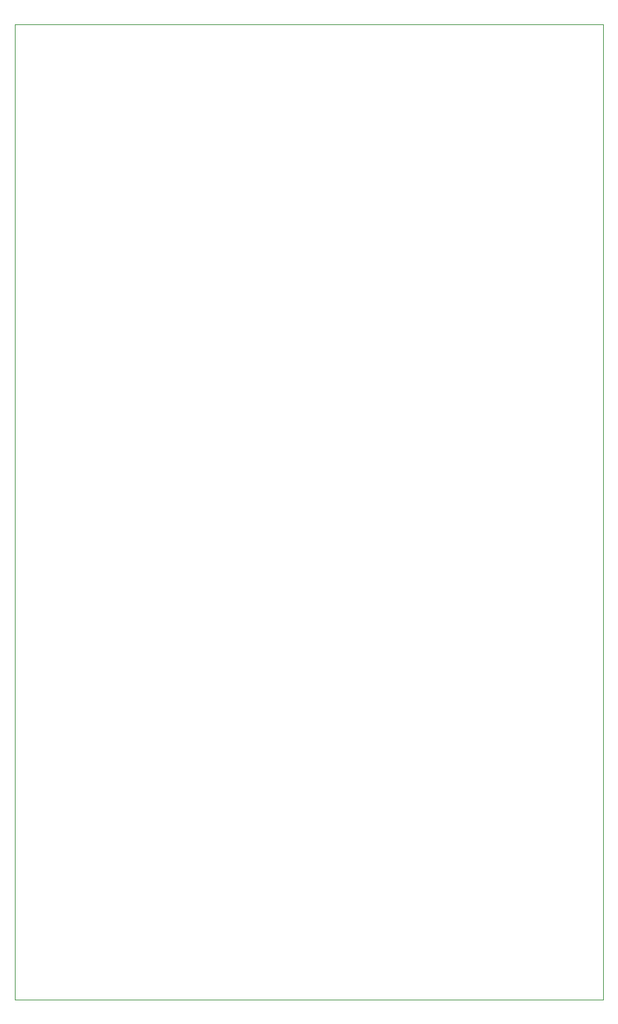
<source format=gm1>
G04*
G04 #@! TF.GenerationSoftware,Altium Limited,Altium Designer,23.1.1 (15)*
G04*
G04 Layer_Color=0*
%FSLAX44Y44*%
%MOMM*%
G71*
G04*
G04 #@! TF.SameCoordinates,CE7A5FB5-0843-4AAF-81C9-3556B418EFC3*
G04*
G04*
G04 #@! TF.FilePolarity,Positive*
G04*
G01*
G75*
%ADD73C,0.0254*%
D73*
X229870Y218440D02*
X966470D01*
Y1438910D01*
X229870D01*
Y218440D01*
M02*

</source>
